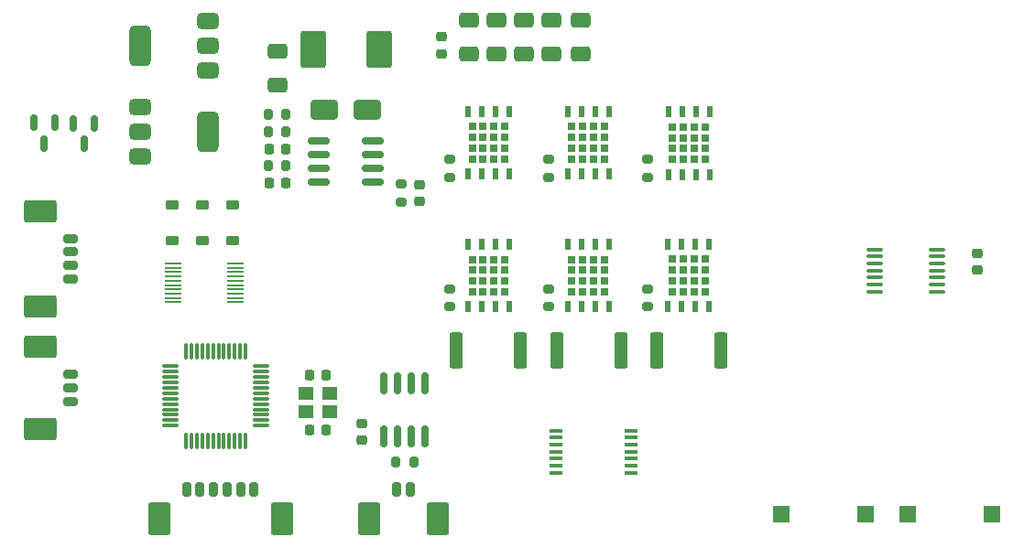
<source format=gbr>
%TF.GenerationSoftware,KiCad,Pcbnew,8.0.3-rc1*%
%TF.CreationDate,2024-06-29T16:34:31+08:00*%
%TF.ProjectId,MC_G431C8,4d435f47-3433-4314-9338-2e6b69636164,rev?*%
%TF.SameCoordinates,Original*%
%TF.FileFunction,Paste,Top*%
%TF.FilePolarity,Positive*%
%FSLAX46Y46*%
G04 Gerber Fmt 4.6, Leading zero omitted, Abs format (unit mm)*
G04 Created by KiCad (PCBNEW 8.0.3-rc1) date 2024-06-29 16:34:31*
%MOMM*%
%LPD*%
G01*
G04 APERTURE LIST*
G04 Aperture macros list*
%AMRoundRect*
0 Rectangle with rounded corners*
0 $1 Rounding radius*
0 $2 $3 $4 $5 $6 $7 $8 $9 X,Y pos of 4 corners*
0 Add a 4 corners polygon primitive as box body*
4,1,4,$2,$3,$4,$5,$6,$7,$8,$9,$2,$3,0*
0 Add four circle primitives for the rounded corners*
1,1,$1+$1,$2,$3*
1,1,$1+$1,$4,$5*
1,1,$1+$1,$6,$7*
1,1,$1+$1,$8,$9*
0 Add four rect primitives between the rounded corners*
20,1,$1+$1,$2,$3,$4,$5,0*
20,1,$1+$1,$4,$5,$6,$7,0*
20,1,$1+$1,$6,$7,$8,$9,0*
20,1,$1+$1,$8,$9,$2,$3,0*%
G04 Aperture macros list end*
%ADD10RoundRect,0.200000X-0.275000X0.200000X-0.275000X-0.200000X0.275000X-0.200000X0.275000X0.200000X0*%
%ADD11RoundRect,0.150000X-0.150000X0.587500X-0.150000X-0.587500X0.150000X-0.587500X0.150000X0.587500X0*%
%ADD12RoundRect,0.250000X0.650000X-0.412500X0.650000X0.412500X-0.650000X0.412500X-0.650000X-0.412500X0*%
%ADD13R,0.800000X0.800000*%
%ADD14R,0.500000X1.100000*%
%ADD15RoundRect,0.225000X0.250000X-0.225000X0.250000X0.225000X-0.250000X0.225000X-0.250000X-0.225000X0*%
%ADD16RoundRect,0.225000X0.225000X0.250000X-0.225000X0.250000X-0.225000X-0.250000X0.225000X-0.250000X0*%
%ADD17R,1.500000X1.500000*%
%ADD18RoundRect,0.200000X-0.200000X-0.275000X0.200000X-0.275000X0.200000X0.275000X-0.200000X0.275000X0*%
%ADD19RoundRect,0.200000X-0.450000X0.200000X-0.450000X-0.200000X0.450000X-0.200000X0.450000X0.200000X0*%
%ADD20RoundRect,0.250001X-1.249999X0.799999X-1.249999X-0.799999X1.249999X-0.799999X1.249999X0.799999X0*%
%ADD21RoundRect,0.062500X-0.675000X-0.062500X0.675000X-0.062500X0.675000X0.062500X-0.675000X0.062500X0*%
%ADD22RoundRect,0.250000X-0.362500X-1.425000X0.362500X-1.425000X0.362500X1.425000X-0.362500X1.425000X0*%
%ADD23RoundRect,0.250000X1.000000X0.650000X-1.000000X0.650000X-1.000000X-0.650000X1.000000X-0.650000X0*%
%ADD24RoundRect,0.150000X-0.150000X0.825000X-0.150000X-0.825000X0.150000X-0.825000X0.150000X0.825000X0*%
%ADD25RoundRect,0.375000X-0.625000X-0.375000X0.625000X-0.375000X0.625000X0.375000X-0.625000X0.375000X0*%
%ADD26RoundRect,0.500000X-0.500000X-1.400000X0.500000X-1.400000X0.500000X1.400000X-0.500000X1.400000X0*%
%ADD27RoundRect,0.150000X0.825000X0.150000X-0.825000X0.150000X-0.825000X-0.150000X0.825000X-0.150000X0*%
%ADD28RoundRect,0.200000X-0.200000X-0.450000X0.200000X-0.450000X0.200000X0.450000X-0.200000X0.450000X0*%
%ADD29RoundRect,0.250001X-0.799999X-1.249999X0.799999X-1.249999X0.799999X1.249999X-0.799999X1.249999X0*%
%ADD30R,1.200000X0.400000*%
%ADD31RoundRect,0.225000X-0.225000X-0.250000X0.225000X-0.250000X0.225000X0.250000X-0.225000X0.250000X0*%
%ADD32RoundRect,0.225000X0.375000X-0.225000X0.375000X0.225000X-0.375000X0.225000X-0.375000X-0.225000X0*%
%ADD33RoundRect,0.100000X-0.637500X-0.100000X0.637500X-0.100000X0.637500X0.100000X-0.637500X0.100000X0*%
%ADD34R,1.400000X1.200000*%
%ADD35RoundRect,0.235000X0.940000X1.465000X-0.940000X1.465000X-0.940000X-1.465000X0.940000X-1.465000X0*%
%ADD36RoundRect,0.200000X0.200000X0.275000X-0.200000X0.275000X-0.200000X-0.275000X0.200000X-0.275000X0*%
%ADD37RoundRect,0.375000X0.625000X0.375000X-0.625000X0.375000X-0.625000X-0.375000X0.625000X-0.375000X0*%
%ADD38RoundRect,0.500000X0.500000X1.400000X-0.500000X1.400000X-0.500000X-1.400000X0.500000X-1.400000X0*%
%ADD39RoundRect,0.075000X0.662500X0.075000X-0.662500X0.075000X-0.662500X-0.075000X0.662500X-0.075000X0*%
%ADD40RoundRect,0.075000X0.075000X0.662500X-0.075000X0.662500X-0.075000X-0.662500X0.075000X-0.662500X0*%
G04 APERTURE END LIST*
D10*
%TO.C,R22*%
X145552000Y-74711000D03*
X145552000Y-76361000D03*
%TD*%
D11*
%TO.C,U4*%
X112720000Y-71375000D03*
X110820000Y-71375000D03*
X111770000Y-73250000D03*
%TD*%
D12*
%TO.C,C42*%
X157720000Y-64945000D03*
X157720000Y-61820000D03*
%TD*%
D13*
%TO.C,Q4*%
X159887100Y-83981000D03*
X158887100Y-83981000D03*
X157887100Y-83981000D03*
X156887100Y-83981000D03*
X159887100Y-84981000D03*
X158887100Y-84981000D03*
X157887100Y-84981000D03*
X156887100Y-84981000D03*
X159887100Y-85981000D03*
X158887100Y-85981000D03*
X157887100Y-85981000D03*
X156887100Y-85981000D03*
X159887100Y-86981000D03*
X158887100Y-86981000D03*
X157887100Y-86981000D03*
X156887100Y-86981000D03*
D14*
X160292100Y-82581000D03*
X159022100Y-82581000D03*
X157752100Y-82581000D03*
X156482100Y-82581000D03*
X156482100Y-88381000D03*
X157752100Y-88381000D03*
X159022100Y-88381000D03*
X160292100Y-88381000D03*
%TD*%
D15*
%TO.C,C44*%
X137424000Y-100695000D03*
X137424000Y-99145000D03*
%TD*%
D16*
%TO.C,C21*%
X134148000Y-94665500D03*
X132598000Y-94665500D03*
%TD*%
D12*
%TO.C,C39*%
X147330000Y-64945000D03*
X147330000Y-61820000D03*
%TD*%
D17*
%TO.C,reset1*%
X195680000Y-107540000D03*
X187880000Y-107540000D03*
%TD*%
D18*
%TO.C,R8*%
X128819234Y-70569556D03*
X130469234Y-70569556D03*
%TD*%
D12*
%TO.C,C41*%
X152410000Y-64945000D03*
X152410000Y-61820000D03*
%TD*%
D19*
%TO.C,J2*%
X110522000Y-94606000D03*
X110522000Y-95856000D03*
X110522000Y-97106000D03*
D20*
X107772000Y-92056000D03*
X107772000Y-99656000D03*
%TD*%
D10*
%TO.C,R6*%
X141064666Y-76997000D03*
X141064666Y-78647000D03*
%TD*%
D13*
%TO.C,Q3*%
X150672000Y-83981000D03*
X149672000Y-83981000D03*
X148672000Y-83981000D03*
X147672000Y-83981000D03*
X150672000Y-84981000D03*
X149672000Y-84981000D03*
X148672000Y-84981000D03*
X147672000Y-84981000D03*
X150672000Y-85981000D03*
X149672000Y-85981000D03*
X148672000Y-85981000D03*
X147672000Y-85981000D03*
X150672000Y-86981000D03*
X149672000Y-86981000D03*
X148672000Y-86981000D03*
X147672000Y-86981000D03*
D14*
X151077000Y-82581000D03*
X149807000Y-82581000D03*
X148537000Y-82581000D03*
X147267000Y-82581000D03*
X147267000Y-88381000D03*
X148537000Y-88381000D03*
X149807000Y-88381000D03*
X151077000Y-88381000D03*
%TD*%
D21*
%TO.C,U2*%
X120061334Y-84356686D03*
X120061334Y-84756686D03*
X120061334Y-85156686D03*
X120061334Y-85556686D03*
X120061334Y-85956686D03*
X120061334Y-86356686D03*
X120061334Y-86756686D03*
X120061334Y-87156686D03*
X120061334Y-87556686D03*
X120061334Y-87956686D03*
X125786334Y-87956686D03*
X125786334Y-87556686D03*
X125786334Y-87156686D03*
X125786334Y-86756686D03*
X125786334Y-86356686D03*
X125786334Y-85956686D03*
X125786334Y-85556686D03*
X125786334Y-85156686D03*
X125786334Y-84756686D03*
X125786334Y-84356686D03*
%TD*%
D22*
%TO.C,R34*%
X164714768Y-92363000D03*
X170639768Y-92363000D03*
%TD*%
D12*
%TO.C,C40*%
X149870000Y-64945000D03*
X149870000Y-61820000D03*
%TD*%
D23*
%TO.C,D5*%
X138008845Y-70163453D03*
X134008845Y-70163453D03*
%TD*%
D15*
%TO.C,C43*%
X194320000Y-84960000D03*
X194320000Y-83410000D03*
%TD*%
D24*
%TO.C,U9*%
X143329665Y-95413000D03*
X142059665Y-95413000D03*
X140789665Y-95413000D03*
X139519665Y-95413000D03*
X139519665Y-100363000D03*
X140789665Y-100363000D03*
X142059665Y-100363000D03*
X143329665Y-100363000D03*
%TD*%
D16*
%TO.C,C10*%
X130419234Y-73744556D03*
X128869234Y-73744556D03*
%TD*%
D17*
%TO.C,key_1*%
X183996000Y-107540000D03*
X176196000Y-107540000D03*
%TD*%
D10*
%TO.C,R32*%
X163840000Y-74711000D03*
X163840000Y-76361000D03*
%TD*%
D15*
%TO.C,C11*%
X142758000Y-78597000D03*
X142758000Y-77047000D03*
%TD*%
D25*
%TO.C,U6*%
X116953283Y-69893133D03*
X116953283Y-72193133D03*
D26*
X123253283Y-72193133D03*
D25*
X116953283Y-74493133D03*
%TD*%
D13*
%TO.C,Q6*%
X169177268Y-83970686D03*
X168177268Y-83970686D03*
X167177268Y-83970686D03*
X166177268Y-83970686D03*
X169177268Y-84970686D03*
X168177268Y-84970686D03*
X167177268Y-84970686D03*
X166177268Y-84970686D03*
X169177268Y-85970686D03*
X168177268Y-85970686D03*
X167177268Y-85970686D03*
X166177268Y-85970686D03*
X169177268Y-86970686D03*
X168177268Y-86970686D03*
X167177268Y-86970686D03*
X166177268Y-86970686D03*
D14*
X169582268Y-82570686D03*
X168312268Y-82570686D03*
X167042268Y-82570686D03*
X165772268Y-82570686D03*
X165772268Y-88370686D03*
X167042268Y-88370686D03*
X168312268Y-88370686D03*
X169582268Y-88370686D03*
%TD*%
D12*
%TO.C,C14*%
X129664234Y-67817056D03*
X129664234Y-64692056D03*
%TD*%
D15*
%TO.C,C4*%
X144790000Y-64932500D03*
X144790000Y-63382500D03*
%TD*%
D10*
%TO.C,R33*%
X163840000Y-86712000D03*
X163840000Y-88362000D03*
%TD*%
D11*
%TO.C,Q1*%
X109069864Y-71351245D03*
X107169864Y-71351245D03*
X108119864Y-73226245D03*
%TD*%
D22*
%TO.C,R28*%
X155462134Y-92363000D03*
X161387134Y-92363000D03*
%TD*%
D27*
%TO.C,U5*%
X138440000Y-76803782D03*
X138440000Y-75533782D03*
X138440000Y-74263782D03*
X138440000Y-72993782D03*
X133490000Y-72993782D03*
X133490000Y-74263782D03*
X133490000Y-75533782D03*
X133490000Y-76803782D03*
%TD*%
D13*
%TO.C,Q8*%
X150672000Y-71694423D03*
X149672000Y-71694423D03*
X148672000Y-71694423D03*
X147672000Y-71694423D03*
X150672000Y-72694423D03*
X149672000Y-72694423D03*
X148672000Y-72694423D03*
X147672000Y-72694423D03*
X150672000Y-73694423D03*
X149672000Y-73694423D03*
X148672000Y-73694423D03*
X147672000Y-73694423D03*
X150672000Y-74694423D03*
X149672000Y-74694423D03*
X148672000Y-74694423D03*
X147672000Y-74694423D03*
D14*
X151077000Y-70294423D03*
X149807000Y-70294423D03*
X148537000Y-70294423D03*
X147267000Y-70294423D03*
X147267000Y-76094423D03*
X148537000Y-76094423D03*
X149807000Y-76094423D03*
X151077000Y-76094423D03*
%TD*%
D28*
%TO.C,J4*%
X121258000Y-105232000D03*
X122508000Y-105232000D03*
X123758000Y-105232000D03*
X125008000Y-105232000D03*
X126258000Y-105232000D03*
X127508000Y-105232000D03*
D29*
X118708000Y-107982000D03*
X130058000Y-107982000D03*
%TD*%
D10*
%TO.C,R27*%
X154696000Y-86712000D03*
X154696000Y-88362000D03*
%TD*%
D30*
%TO.C,U3*%
X155416000Y-99830000D03*
X155416000Y-100480000D03*
X155416000Y-101130000D03*
X155416000Y-101780000D03*
X155416000Y-102430000D03*
X155416000Y-103080000D03*
X155416000Y-103730000D03*
X162316000Y-103730000D03*
X162316000Y-103080000D03*
X162316000Y-102430000D03*
X162316000Y-101780000D03*
X162316000Y-101130000D03*
X162316000Y-100480000D03*
X162316000Y-99830000D03*
%TD*%
D10*
%TO.C,R26*%
X154696000Y-74711000D03*
X154696000Y-76361000D03*
%TD*%
D31*
%TO.C,C20*%
X132598000Y-99745500D03*
X134148000Y-99745500D03*
%TD*%
D28*
%TO.C,J6*%
X140714145Y-105232000D03*
X141964145Y-105232000D03*
D29*
X138164145Y-107982000D03*
X144514145Y-107982000D03*
%TD*%
D32*
%TO.C,D7*%
X119898000Y-82266000D03*
X119898000Y-78966000D03*
%TD*%
D33*
%TO.C,U8*%
X184891369Y-83057220D03*
X184891369Y-83707220D03*
X184891369Y-84357220D03*
X184891369Y-85007220D03*
X184891369Y-85657220D03*
X184891369Y-86307220D03*
X184891369Y-86957220D03*
X190616369Y-86957220D03*
X190616369Y-86307220D03*
X190616369Y-85657220D03*
X190616369Y-85007220D03*
X190616369Y-84357220D03*
X190616369Y-83707220D03*
X190616369Y-83057220D03*
%TD*%
D34*
%TO.C,Y1*%
X134473000Y-96355500D03*
X132273000Y-96355500D03*
X132273000Y-98055500D03*
X134473000Y-98055500D03*
%TD*%
D10*
%TO.C,R21*%
X145552000Y-86712000D03*
X145552000Y-88362000D03*
%TD*%
D16*
%TO.C,C7*%
X130419234Y-76919556D03*
X128869234Y-76919556D03*
%TD*%
D35*
%TO.C,L1*%
X139058816Y-64535000D03*
X133008816Y-64535000D03*
%TD*%
D22*
%TO.C,R23*%
X146209500Y-92363000D03*
X152134500Y-92363000D03*
%TD*%
D36*
%TO.C,R9*%
X130469234Y-72157056D03*
X128819234Y-72157056D03*
%TD*%
D12*
%TO.C,C3*%
X154950000Y-64945000D03*
X154950000Y-61820000D03*
%TD*%
D13*
%TO.C,Q2*%
X159887100Y-71694423D03*
X158887100Y-71694423D03*
X157887100Y-71694423D03*
X156887100Y-71694423D03*
X159887100Y-72694423D03*
X158887100Y-72694423D03*
X157887100Y-72694423D03*
X156887100Y-72694423D03*
X159887100Y-73694423D03*
X158887100Y-73694423D03*
X157887100Y-73694423D03*
X156887100Y-73694423D03*
X159887100Y-74694423D03*
X158887100Y-74694423D03*
X157887100Y-74694423D03*
X156887100Y-74694423D03*
D14*
X160292100Y-70294423D03*
X159022100Y-70294423D03*
X157752100Y-70294423D03*
X156482100Y-70294423D03*
X156482100Y-76094423D03*
X157752100Y-76094423D03*
X159022100Y-76094423D03*
X160292100Y-76094423D03*
%TD*%
D32*
%TO.C,D2*%
X125486000Y-82266000D03*
X125486000Y-78966000D03*
%TD*%
D13*
%TO.C,Q5*%
X169202201Y-71718869D03*
X168202201Y-71718869D03*
X167202201Y-71718869D03*
X166202201Y-71718869D03*
X169202201Y-72718869D03*
X168202201Y-72718869D03*
X167202201Y-72718869D03*
X166202201Y-72718869D03*
X169202201Y-73718869D03*
X168202201Y-73718869D03*
X167202201Y-73718869D03*
X166202201Y-73718869D03*
X169202201Y-74718869D03*
X168202201Y-74718869D03*
X167202201Y-74718869D03*
X166202201Y-74718869D03*
D14*
X169607201Y-70318869D03*
X168337201Y-70318869D03*
X167067201Y-70318869D03*
X165797201Y-70318869D03*
X165797201Y-76118869D03*
X167067201Y-76118869D03*
X168337201Y-76118869D03*
X169607201Y-76118869D03*
%TD*%
D37*
%TO.C,U7*%
X123253283Y-66536226D03*
X123253283Y-64236226D03*
D38*
X116953283Y-64236226D03*
D37*
X123253283Y-61936226D03*
%TD*%
D19*
%TO.C,J3*%
X110522000Y-82043000D03*
X110522000Y-83293000D03*
X110522000Y-84543000D03*
X110522000Y-85793000D03*
D20*
X107772000Y-79493000D03*
X107772000Y-88343000D03*
%TD*%
D39*
%TO.C,U1*%
X128124500Y-99368000D03*
X128124500Y-98868000D03*
X128124500Y-98368000D03*
X128124500Y-97868000D03*
X128124500Y-97368000D03*
X128124500Y-96868000D03*
X128124500Y-96368000D03*
X128124500Y-95868000D03*
X128124500Y-95368000D03*
X128124500Y-94868000D03*
X128124500Y-94368000D03*
X128124500Y-93868000D03*
D40*
X126712000Y-92455500D03*
X126212000Y-92455500D03*
X125712000Y-92455500D03*
X125212000Y-92455500D03*
X124712000Y-92455500D03*
X124212000Y-92455500D03*
X123712000Y-92455500D03*
X123212000Y-92455500D03*
X122712000Y-92455500D03*
X122212000Y-92455500D03*
X121712000Y-92455500D03*
X121212000Y-92455500D03*
D39*
X119799500Y-93868000D03*
X119799500Y-94368000D03*
X119799500Y-94868000D03*
X119799500Y-95368000D03*
X119799500Y-95868000D03*
X119799500Y-96368000D03*
X119799500Y-96868000D03*
X119799500Y-97368000D03*
X119799500Y-97868000D03*
X119799500Y-98368000D03*
X119799500Y-98868000D03*
X119799500Y-99368000D03*
D40*
X121212000Y-100780500D03*
X121712000Y-100780500D03*
X122212000Y-100780500D03*
X122712000Y-100780500D03*
X123212000Y-100780500D03*
X123712000Y-100780500D03*
X124212000Y-100780500D03*
X124712000Y-100780500D03*
X125212000Y-100780500D03*
X125712000Y-100780500D03*
X126212000Y-100780500D03*
X126712000Y-100780500D03*
%TD*%
D36*
%TO.C,R5*%
X130469234Y-75332056D03*
X128819234Y-75332056D03*
%TD*%
%TO.C,R57*%
X142258267Y-102758000D03*
X140608267Y-102758000D03*
%TD*%
D32*
%TO.C,D6*%
X122692000Y-82266000D03*
X122692000Y-78966000D03*
%TD*%
M02*

</source>
